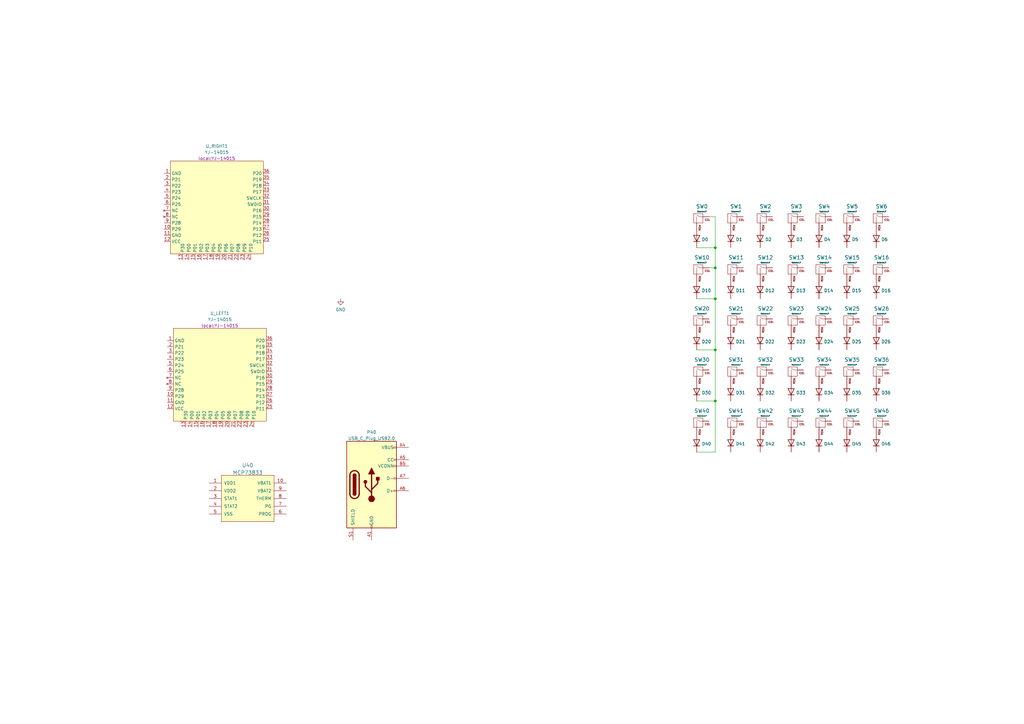
<source format=kicad_sch>
(kicad_sch (version 20231120) (generator "eeschema") (generator_version "8.0")
  (paper "A3")
  (lib_symbols
    (symbol "Connector:USB_C_Plug_USB2.0" (pin_names (offset 1.016))
      (property "Reference" "P" (at -10.16 19.05 0))
      (property "Value" "USB_C_Plug_USB2.0" (at 12.7 19.05 0))
      (symbol "USB_C_Plug_USB2.0_0_0"
        (rectangle (start -0.254 -17.78) (end 0.254 -16.764))
        (rectangle (start 10.16 -2.286) (end 9.144 -2.794))
        (rectangle (start 10.16 2.794) (end 9.144 2.286))
        (rectangle (start 10.16 7.874) (end 9.144 7.366))
        (rectangle (start 10.16 10.414) (end 9.144 9.906))
        (rectangle (start 10.16 15.494) (end 9.144 14.986))
      )
      (symbol "USB_C_Plug_USB2.0_0_1"
        (rectangle (start -10.16 17.78) (end 10.16 -17.78) (stroke (width 0.254)) (fill (type background)))
        (arc (start -8.89 -3.81) (mid -6.985 -5.7066) (end -5.08 -3.81) (stroke (width 0.508)))
        (arc (start -7.62 -3.81) (mid -6.985 -4.4422) (end -6.35 -3.81) (stroke (width 0.254)))
        (arc (start -7.62 -3.81) (mid -6.985 -4.4422) (end -6.35 -3.81) (stroke (width 0.254)) (fill (type outline)))
        (rectangle (start -7.62 -3.81) (end -6.35 3.81) (stroke (width 0.254)) (fill (type outline)))
        (arc (start -6.35 3.81) (mid -6.985 4.4422) (end -7.62 3.81) (stroke (width 0.254)))
        (arc (start -6.35 3.81) (mid -6.985 4.4422) (end -7.62 3.81) (stroke (width 0.254)) (fill (type outline)))
        (arc (start -5.08 3.81) (mid -6.985 5.7066) (end -8.89 3.81) (stroke (width 0.508)))
        (circle (center -2.54 1.143) (radius 0.635) (stroke (width 0.254)) (fill (type outline)))
        (circle (center 0 -5.842) (radius 1.27) (fill (type outline)))
        (polyline (pts (xy -8.89 -3.81) (xy -8.89 3.81)) (stroke (width 0.508)))
        (polyline (pts (xy -5.08 3.81) (xy -5.08 -3.81)) (stroke (width 0.508)))
        (polyline (pts (xy 0 -5.842) (xy 0 4.318)) (stroke (width 0.508)))
        (polyline (pts (xy 0 -3.302) (xy -2.54 -0.762) (xy -2.54 0.508)) (stroke (width 0.508)))
        (polyline (pts (xy 0 -2.032) (xy 2.54 0.508) (xy 2.54 1.778)) (stroke (width 0.508)))
        (polyline (pts (xy -1.27 4.318) (xy 0 6.858) (xy 1.27 4.318) (xy -1.27 4.318)) (stroke (width 0.254)) (fill (type outline)))
        (rectangle (start 1.905 1.778) (end 3.175 3.048) (stroke (width 0.254)) (fill (type outline)))
      )
      (symbol "USB_C_Plug_USB2.0_1_1"
        (pin passive line (at 0 -22.86 90) (length 5.08) (name "GND") (number "A1"))
        (pin passive line (at 0 -22.86 90) (length 5.08) hide (name "GND") (number "A12"))
        (pin passive line (at 15.24 15.24 180) (length 5.08) (name "VBUS") (number "A4"))
        (pin bidirectional line (at 15.24 10.16 180) (length 5.08) (name "CC") (number "A5"))
        (pin bidirectional line (at 15.24 -2.54 180) (length 5.08) (name "D+") (number "A6"))
        (pin bidirectional line (at 15.24 2.54 180) (length 5.08) (name "D-") (number "A7"))
        (pin passive line (at 15.24 15.24 180) (length 5.08) hide (name "VBUS") (number "A9"))
        (pin passive line (at 0 -22.86 90) (length 5.08) hide (name "GND") (number "B1"))
        (pin passive line (at 0 -22.86 90) (length 5.08) hide (name "GND") (number "B12"))
        (pin passive line (at 15.24 15.24 180) (length 5.08) hide (name "VBUS") (number "B4"))
        (pin bidirectional line (at 15.24 7.62 180) (length 5.08) (name "VCONN") (number "B5"))
        (pin passive line (at 15.24 15.24 180) (length 5.08) hide (name "VBUS") (number "B9"))
        (pin passive line (at -7.62 -22.86 90) (length 5.08) (name "SHIELD") (number "S1"))
      )
    )
    (symbol "Diode:1N4148W" (pin_numbers hide) (pin_names (offset 1.016) hide)
      (property "Reference" "D" (at 0 2.54 0))
      (property "Value" "1N4148W" (at 0 -2.54 0))
      (symbol "1N4148W_0_1"
        (polyline (pts (xy -1.27 1.27) (xy -1.27 -1.27)) (stroke (width 0.254)))
        (polyline (pts (xy 1.27 0) (xy -1.27 0)))
        (polyline (pts (xy 1.27 1.27) (xy 1.27 -1.27) (xy -1.27 0) (xy 1.27 1.27)) (stroke (width 0.254)))
      )
      (symbol "1N4148W_1_1"
        (pin passive line (at -3.81 0 0) (length 2.54) (name "K") (number "1"))
        (pin passive line (at 3.81 0 180) (length 2.54) (name "A") (number "2"))
      )
    )
    (symbol "Gateron Low Profile Switch:GateronLP" (pin_names (offset 1.016))
      (property "Reference" "SW" (at -0.635 3.81 0))
      (property "Value" "GateronLP" (at -0.635 1.27 0))
      (symbol "GateronLP_0_0"
        (rectangle (start -2.54 2.54) (end 1.27 -1.27))
        (polyline (pts (xy -1.27 -1.27) (xy -1.27 1.27)) (stroke (width 0.127)))
        (polyline (pts (xy 1.27 1.27) (xy 0 1.27) (xy -1.27 1.905)) (stroke (width 0.127)))
        (text "COL" (at 3.175 0 0) (effects (font (size 0.762 0.762))))
        (text "ROW" (at 0 -1.905 900) (effects (font (size 0.762 0.762)) (justify right)))
      )
      (symbol "GateronLP_1_1"
        (pin passive line (at 3.81 1.27 180) (length 2.54) (name "COL") (number "1"))
        (pin passive line (at -1.27 -3.81 90) (length 2.54) (name "ROW") (number "2"))
      )
    )
    (symbol "Special-local:MCP73833" (pin_names (offset 1.016))
      (property "Reference" "U" (at -9.525 -10.795 0))
      (property "Value" "MCP73833" (at 4.445 10.795 0))
      (symbol "MCP73833_0_1"
        (rectangle (start -10.795 9.525) (end 10.795 -9.525) (fill (type background)))
      )
      (symbol "MCP73833_1_1"
        (pin input line (at -15.875 6.35 0) (length 5.08) (name "VDD1") (number "1"))
        (pin output line (at 15.875 6.35 180) (length 5.08) (name "VBAT1") (number "10"))
        (pin input line (at -15.875 3.175 0) (length 5.08) (name "VDD2") (number "2"))
        (pin input line (at -15.875 0 0) (length 5.08) (name "STAT1") (number "3"))
        (pin input line (at -15.875 -3.175 0) (length 5.08) (name "STAT2") (number "4"))
        (pin input line (at -15.875 -6.35 0) (length 5.08) (name "VSS") (number "5"))
        (pin input line (at 15.875 -6.35 180) (length 5.08) (name "PROG") (number "6"))
        (pin output line (at 15.875 -3.175 180) (length 5.08) (name "PG") (number "7"))
        (pin input line (at 15.875 0 180) (length 5.08) (name "THERM") (number "8"))
        (pin output line (at 15.875 3.175 180) (length 5.08) (name "VBAT2") (number "9"))
      )
    )
    (symbol "Special-local:YJ-14015"
      (property "Reference" "U3" (at -5.08 29.21 0))
      (property "Value" "YJ-14015" (at -5.08 26.67 0))
      (property "Footprint" "local:YJ-14015" (at -5.08 16.51 0))
      (symbol "YJ-14015_0_1"
        (rectangle (start -24.13 24.13) (end 13.97 -13.97) (fill (type background)))
      )
      (symbol "YJ-14015_1_1"
        (pin power_in line (at -26.67 19.05 0) (length 2.54) (name "GND") (number "1"))
        (pin bidirectional line (at -26.67 -3.81 0) (length 2.54) (name "P29") (number "10"))
        (pin power_in line (at -26.67 -6.35 0) (length 2.54) (name "GND") (number "11"))
        (pin power_in line (at -26.67 -8.89 0) (length 2.54) (name "VCC") (number "12"))
        (pin bidirectional line (at -19.05 -16.51 90) (length 2.54) (name "P30") (number "13"))
        (pin bidirectional line (at -16.51 -16.51 90) (length 2.54) (name "P00") (number "14"))
        (pin bidirectional line (at -13.97 -16.51 90) (length 2.54) (name "P01") (number "15"))
        (pin bidirectional line (at -11.43 -16.51 90) (length 2.54) (name "P02") (number "16"))
        (pin bidirectional line (at -8.89 -16.51 90) (length 2.54) (name "P03") (number "17"))
        (pin bidirectional line (at -6.35 -16.51 90) (length 2.54) (name "P04") (number "18"))
        (pin bidirectional line (at -3.81 -16.51 90) (length 2.54) (name "P05") (number "19"))
        (pin bidirectional line (at -26.67 16.51 0) (length 2.54) (name "P21") (number "2"))
        (pin bidirectional line (at -1.27 -16.51 90) (length 2.54) (name "P06") (number "20"))
        (pin bidirectional line (at 1.27 -16.51 90) (length 2.54) (name "P07") (number "21"))
        (pin bidirectional line (at 3.81 -16.51 90) (length 2.54) (name "P08") (number "22"))
        (pin bidirectional line (at 6.35 -16.51 90) (length 2.54) (name "P09") (number "23"))
        (pin bidirectional line (at 8.89 -16.51 90) (length 2.54) (name "P10") (number "24"))
        (pin bidirectional line (at 16.51 -8.89 180) (length 2.54) (name "P11") (number "25"))
        (pin bidirectional line (at 16.51 -6.35 180) (length 2.54) (name "P12") (number "26"))
        (pin bidirectional line (at 16.51 -3.81 180) (length 2.54) (name "P13") (number "27"))
        (pin bidirectional line (at 16.51 -1.27 180) (length 2.54) (name "P14") (number "28"))
        (pin bidirectional line (at 16.51 1.27 180) (length 2.54) (name "P15") (number "29"))
        (pin bidirectional line (at -26.67 13.97 0) (length 2.54) (name "P22") (number "3"))
        (pin bidirectional line (at 16.51 3.81 180) (length 2.54) (name "P16") (number "30"))
        (pin bidirectional line (at 16.51 6.35 180) (length 2.54) (name "SWDIO") (number "31"))
        (pin bidirectional line (at 16.51 8.89 180) (length 2.54) (name "SWCLK") (number "32"))
        (pin bidirectional line (at 16.51 11.43 180) (length 2.54) (name "P17") (number "33"))
        (pin bidirectional line (at 16.51 13.97 180) (length 2.54) (name "P18") (number "34"))
        (pin bidirectional line (at 16.51 16.51 180) (length 2.54) (name "P19") (number "35"))
        (pin bidirectional line (at 16.51 19.05 180) (length 2.54) (name "P20") (number "36"))
        (pin bidirectional line (at -26.67 11.43 0) (length 2.54) (name "P23") (number "4"))
        (pin bidirectional line (at -26.67 8.89 0) (length 2.54) (name "P24") (number "5"))
        (pin bidirectional line (at -26.67 6.35 0) (length 2.54) (name "P25") (number "6"))
        (pin no_connect line (at -26.67 3.81 0) (length 2.54) (name "NC") (number "7"))
        (pin no_connect line (at -26.67 1.27 0) (length 2.54) (name "NC") (number "8"))
        (pin bidirectional line (at -26.67 -1.27 0) (length 2.54) (name "P28") (number "9"))
      )
    )
    (symbol "power:GND" (power) (pin_names (offset 0))
      (property "Value" "GND" (at 0 -3.81 0))
      (symbol "GND_0_1"
        (polyline (pts (xy 0 0) (xy 0 -1.27) (xy 1.27 -1.27) (xy 0 -2.54) (xy -1.27 -1.27) (xy 0 -1.27)))
      )
      (symbol "GND_1_1"
        (pin power_in line (at 0 0 270) (length 0) hide (name "GND") (number "1"))
      )
    )
  )
  (junction (at 293.37 122.555))
  (junction (at 293.37 143.51))
  (junction (at 293.37 109.855))
  (junction (at 293.37 164.465))
  (junction (at 293.37 101.6))
  (wire (pts (xy 285.75 185.42) (xy 293.37 185.42)))
  (wire (pts (xy 293.37 122.555) (xy 293.37 109.855)))
  (wire (pts (xy 285.75 164.465) (xy 293.37 164.465)))
  (wire (pts (xy 285.75 101.6) (xy 293.37 101.6)))
  (wire (pts (xy 285.75 122.555) (xy 293.37 122.555)))
  (wire (pts (xy 290.83 88.9) (xy 293.37 88.9)))
  (wire (pts (xy 293.37 88.9) (xy 293.37 101.6)))
  (wire (pts (xy 290.83 109.855) (xy 293.37 109.855)))
  (wire (pts (xy 293.37 164.465) (xy 293.37 143.51)))
  (wire (pts (xy 293.37 109.855) (xy 293.37 101.6)))
  (wire (pts (xy 285.75 143.51) (xy 293.37 143.51)))
  (wire (pts (xy 293.37 143.51) (xy 293.37 122.555)))
  (wire (pts (xy 293.37 185.42) (xy 293.37 164.465)))
  (symbol (lib_id "Diode:1N4148W") (at 311.785 181.61 90) (unit 1)
    (property "Reference" "D42" (at 313.817 182.0438 90) (effects (justify right)))
    (property "Value" "1N4148W" (effects (hide yes)))
    (property "Footprint" "Diode_SMD:D_SOD-123" (effects (hide yes)))
    (property "Datasheet" "https://www.vishay.com/docs/85748/1n4148w.pdf" (effects (hide yes)))
  )
  (symbol (lib_id "Gateron Low Profile Switch:GateronLP") (at 337.185 132.08 0) (unit 1)
    (property "Reference" "SW24" (at 338.0706 126.5883 0) (effects (font (size 1.524 1.524))))
    (property "Value" "GateronLP" (at 338.0706 128.6685 0) (effects (font (size 0.508 0.508))))
    (property "Footprint" "Gateron Low Profile Switch:Gateron_low_profile_noled_reversible" (effects (hide yes)))
  )
  (symbol (lib_id "Diode:1N4148W") (at 324.485 139.7 90) (unit 1)
    (property "Reference" "D23" (at 326.517 140.1338 90) (effects (justify right)))
    (property "Value" "1N4148W" (effects (hide yes)))
    (property "Footprint" "Diode_SMD:D_SOD-123" (effects (hide yes)))
    (property "Datasheet" "https://www.vishay.com/docs/85748/1n4148w.pdf" (effects (hide yes)))
  )
  (symbol (lib_id "Special-local:MCP73833") (at 101.6 204.47 0) (unit 1)
    (property "Reference" "U40" (at 101.6 190.8609 0) (effects (font (size 1.524 1.524))))
    (property "Value" "MCP73833" (at 101.6 193.8543 0) (effects (font (size 1.524 1.524))))
  )
  (symbol (lib_id "Gateron Low Profile Switch:GateronLP") (at 300.99 90.17 0) (unit 1)
    (property "Reference" "SW1" (at 301.8756 84.6783 0) (effects (font (size 1.524 1.524))))
    (property "Value" "GateronLP" (at 301.8756 86.7585 0) (effects (font (size 0.508 0.508))))
    (property "Footprint" "Gateron Low Profile Switch:Gateron_low_profile_noled_reversible" (effects (hide yes)))
  )
  (symbol (lib_id "Gateron Low Profile Switch:GateronLP") (at 287.02 90.17 0) (unit 1)
    (property "Reference" "SW0" (at 287.9056 84.6783 0) (effects (font (size 1.524 1.524))))
    (property "Value" "GateronLP" (at 287.9056 86.7585 0) (effects (font (size 0.508 0.508))))
    (property "Footprint" "Gateron Low Profile Switch:Gateron_low_profile_noled_reversible" (effects (hide yes)))
  )
  (symbol (lib_id "Diode:1N4148W") (at 347.345 160.655 90) (unit 1)
    (property "Reference" "D35" (at 349.377 161.0888 90) (effects (justify right)))
    (property "Value" "1N4148W" (effects (hide yes)))
    (property "Footprint" "Diode_SMD:D_SOD-123" (effects (hide yes)))
    (property "Datasheet" "https://www.vishay.com/docs/85748/1n4148w.pdf" (effects (hide yes)))
  )
  (symbol (lib_id "Gateron Low Profile Switch:GateronLP") (at 300.99 111.125 0) (unit 1)
    (property "Reference" "SW11" (at 301.8756 105.6333 0) (effects (font (size 1.524 1.524))))
    (property "Value" "GateronLP" (at 301.8756 107.7135 0) (effects (font (size 0.508 0.508))))
    (property "Footprint" "Gateron Low Profile Switch:Gateron_low_profile_noled_reversible" (effects (hide yes)))
  )
  (symbol (lib_id "Gateron Low Profile Switch:GateronLP") (at 300.99 173.99 0) (unit 1)
    (property "Reference" "SW41" (at 301.8756 168.4983 0) (effects (font (size 1.524 1.524))))
    (property "Value" "GateronLP" (at 301.8756 170.5785 0) (effects (font (size 0.508 0.508))))
    (property "Footprint" "Gateron Low Profile Switch:Gateron_low_profile_noled_reversible" (effects (hide yes)))
  )
  (symbol (lib_id "Gateron Low Profile Switch:GateronLP") (at 360.68 153.035 0) (unit 1)
    (property "Reference" "SW36" (at 361.5656 147.5433 0) (effects (font (size 1.524 1.524))))
    (property "Value" "GateronLP" (at 361.5656 149.6235 0) (effects (font (size 0.508 0.508))))
    (property "Footprint" "Gateron Low Profile Switch:Gateron_low_profile_noled_reversible" (effects (hide yes)))
  )
  (symbol (lib_id "Gateron Low Profile Switch:GateronLP") (at 287.02 153.035 0) (unit 1)
    (property "Reference" "SW30" (at 287.9056 147.5433 0) (effects (font (size 1.524 1.524))))
    (property "Value" "GateronLP" (at 287.9056 149.6235 0) (effects (font (size 0.508 0.508))))
    (property "Footprint" "Gateron Low Profile Switch:Gateron_low_profile_noled_reversible" (effects (hide yes)))
  )
  (symbol (lib_id "Diode:1N4148W") (at 359.41 139.7 90) (unit 1)
    (property "Reference" "D26" (at 361.442 140.1338 90) (effects (justify right)))
    (property "Value" "1N4148W" (effects (hide yes)))
    (property "Footprint" "Diode_SMD:D_SOD-123" (effects (hide yes)))
    (property "Datasheet" "https://www.vishay.com/docs/85748/1n4148w.pdf" (effects (hide yes)))
  )
  (symbol (lib_id "Gateron Low Profile Switch:GateronLP") (at 287.02 173.99 0) (unit 1)
    (property "Reference" "SW40" (at 287.9056 168.4983 0) (effects (font (size 1.524 1.524))))
    (property "Value" "GateronLP" (at 287.9056 170.5785 0) (effects (font (size 0.508 0.508))))
    (property "Footprint" "Gateron Low Profile Switch:Gateron_low_profile_noled_reversible" (effects (hide yes)))
  )
  (symbol (lib_id "Gateron Low Profile Switch:GateronLP") (at 337.185 173.99 0) (unit 1)
    (property "Reference" "SW44" (at 338.0706 168.4983 0) (effects (font (size 1.524 1.524))))
    (property "Value" "GateronLP" (at 338.0706 170.5785 0) (effects (font (size 0.508 0.508))))
    (property "Footprint" "Gateron Low Profile Switch:Gateron_low_profile_noled_reversible" (effects (hide yes)))
  )
  (symbol (lib_id "Diode:1N4148W") (at 359.41 160.655 90) (unit 1)
    (property "Reference" "D36" (at 361.442 161.0888 90) (effects (justify right)))
    (property "Value" "1N4148W" (effects (hide yes)))
    (property "Footprint" "Diode_SMD:D_SOD-123" (effects (hide yes)))
    (property "Datasheet" "https://www.vishay.com/docs/85748/1n4148w.pdf" (effects (hide yes)))
  )
  (symbol (lib_id "Gateron Low Profile Switch:GateronLP") (at 313.055 153.035 0) (unit 1)
    (property "Reference" "SW32" (at 313.9406 147.5433 0) (effects (font (size 1.524 1.524))))
    (property "Value" "GateronLP" (at 313.9406 149.6235 0) (effects (font (size 0.508 0.508))))
    (property "Footprint" "Gateron Low Profile Switch:Gateron_low_profile_noled_reversible" (effects (hide yes)))
  )
  (symbol (lib_id "Gateron Low Profile Switch:GateronLP") (at 348.615 111.125 0) (unit 1)
    (property "Reference" "SW15" (at 349.5006 105.6333 0) (effects (font (size 1.524 1.524))))
    (property "Value" "GateronLP" (at 349.5006 107.7135 0) (effects (font (size 0.508 0.508))))
    (property "Footprint" "Gateron Low Profile Switch:Gateron_low_profile_noled_reversible" (effects (hide yes)))
  )
  (symbol (lib_id "Connector:USB_C_Plug_USB2.0") (at 152.4 198.755 0) (unit 1)
    (property "Reference" "P40" (at 152.4 177.2752 0))
    (property "Value" "USB_C_Plug_USB2.0" (at 152.4 179.8121 0))
    (property "Datasheet" "https://www.usb.org/sites/default/files/documents/usb_type-c.zip" (effects (hide yes)))
  )
  (symbol (lib_id "Diode:1N4148W") (at 299.72 160.655 90) (unit 1)
    (property "Reference" "D31" (at 301.752 161.0888 90) (effects (justify right)))
    (property "Value" "1N4148W" (effects (hide yes)))
    (property "Footprint" "Diode_SMD:D_SOD-123" (effects (hide yes)))
    (property "Datasheet" "https://www.vishay.com/docs/85748/1n4148w.pdf" (effects (hide yes)))
  )
  (symbol (lib_id "Gateron Low Profile Switch:GateronLP") (at 360.68 90.17 0) (unit 1)
    (property "Reference" "SW6" (at 361.5656 84.6783 0) (effects (font (size 1.524 1.524))))
    (property "Value" "GateronLP" (at 361.5656 86.7585 0) (effects (font (size 0.508 0.508))))
    (property "Footprint" "Gateron Low Profile Switch:Gateron_low_profile_noled_reversible" (effects (hide yes)))
  )
  (symbol (lib_id "Diode:1N4148W") (at 347.345 139.7 90) (unit 1)
    (property "Reference" "D25" (at 349.377 140.1338 90) (effects (justify right)))
    (property "Value" "1N4148W" (effects (hide yes)))
    (property "Footprint" "Diode_SMD:D_SOD-123" (effects (hide yes)))
    (property "Datasheet" "https://www.vishay.com/docs/85748/1n4148w.pdf" (effects (hide yes)))
  )
  (symbol (lib_id "Diode:1N4148W") (at 311.785 160.655 90) (unit 1)
    (property "Reference" "D32" (at 313.817 161.0888 90) (effects (justify right)))
    (property "Value" "1N4148W" (effects (hide yes)))
    (property "Footprint" "Diode_SMD:D_SOD-123" (effects (hide yes)))
    (property "Datasheet" "https://www.vishay.com/docs/85748/1n4148w.pdf" (effects (hide yes)))
  )
  (symbol (lib_id "Diode:1N4148W") (at 324.485 181.61 90) (unit 1)
    (property "Reference" "D43" (at 326.517 182.0438 90) (effects (justify right)))
    (property "Value" "1N4148W" (effects (hide yes)))
    (property "Footprint" "Diode_SMD:D_SOD-123" (effects (hide yes)))
    (property "Datasheet" "https://www.vishay.com/docs/85748/1n4148w.pdf" (effects (hide yes)))
  )
  (symbol (lib_id "Diode:1N4148W") (at 324.485 118.745 90) (unit 1)
    (property "Reference" "D13" (at 326.517 119.1788 90) (effects (justify right)))
    (property "Value" "1N4148W" (effects (hide yes)))
    (property "Footprint" "Diode_SMD:D_SOD-123" (effects (hide yes)))
    (property "Datasheet" "https://www.vishay.com/docs/85748/1n4148w.pdf" (effects (hide yes)))
  )
  (symbol (lib_id "Gateron Low Profile Switch:GateronLP") (at 360.68 111.125 0) (unit 1)
    (property "Reference" "SW16" (at 361.5656 105.6333 0) (effects (font (size 1.524 1.524))))
    (property "Value" "GateronLP" (at 361.5656 107.7135 0) (effects (font (size 0.508 0.508))))
    (property "Footprint" "Gateron Low Profile Switch:Gateron_low_profile_noled_reversible" (effects (hide yes)))
  )
  (symbol (lib_id "Diode:1N4148W") (at 285.75 97.79 90) (unit 1)
    (property "Reference" "D0" (at 287.782 98.2238 90) (effects (justify right)))
    (property "Value" "1N4148W" (effects (hide yes)))
    (property "Footprint" "Diode_SMD:D_SOD-123" (effects (hide yes)))
    (property "Datasheet" "https://www.vishay.com/docs/85748/1n4148w.pdf" (effects (hide yes)))
  )
  (symbol (lib_id "Diode:1N4148W") (at 347.345 181.61 90) (unit 1)
    (property "Reference" "D45" (at 349.377 182.0438 90) (effects (justify right)))
    (property "Value" "1N4148W" (effects (hide yes)))
    (property "Footprint" "Diode_SMD:D_SOD-123" (effects (hide yes)))
    (property "Datasheet" "https://www.vishay.com/docs/85748/1n4148w.pdf" (effects (hide yes)))
  )
  (symbol (lib_id "Diode:1N4148W") (at 285.75 118.745 90) (unit 1)
    (property "Reference" "D10" (at 287.782 119.1788 90) (effects (justify right)))
    (property "Value" "1N4148W" (effects (hide yes)))
    (property "Footprint" "Diode_SMD:D_SOD-123" (effects (hide yes)))
    (property "Datasheet" "https://www.vishay.com/docs/85748/1n4148w.pdf" (effects (hide yes)))
  )
  (symbol (lib_id "Diode:1N4148W") (at 359.41 97.79 90) (unit 1)
    (property "Reference" "D6" (at 361.442 98.2238 90) (effects (justify right)))
    (property "Value" "1N4148W" (effects (hide yes)))
    (property "Footprint" "Diode_SMD:D_SOD-123" (effects (hide yes)))
    (property "Datasheet" "https://www.vishay.com/docs/85748/1n4148w.pdf" (effects (hide yes)))
  )
  (symbol (lib_id "Gateron Low Profile Switch:GateronLP") (at 337.185 90.17 0) (unit 1)
    (property "Reference" "SW4" (at 338.0706 84.6783 0) (effects (font (size 1.524 1.524))))
    (property "Value" "GateronLP" (at 338.0706 86.7585 0) (effects (font (size 0.508 0.508))))
    (property "Footprint" "Gateron Low Profile Switch:Gateron_low_profile_noled_reversible" (effects (hide yes)))
  )
  (symbol (lib_id "Diode:1N4148W") (at 311.785 118.745 90) (unit 1)
    (property "Reference" "D12" (at 313.817 119.1788 90) (effects (justify right)))
    (property "Value" "1N4148W" (effects (hide yes)))
    (property "Footprint" "Diode_SMD:D_SOD-123" (effects (hide yes)))
    (property "Datasheet" "https://www.vishay.com/docs/85748/1n4148w.pdf" (effects (hide yes)))
  )
  (symbol (lib_id "Gateron Low Profile Switch:GateronLP") (at 300.99 132.08 0) (unit 1)
    (property "Reference" "SW21" (at 301.8756 126.5883 0) (effects (font (size 1.524 1.524))))
    (property "Value" "GateronLP" (at 301.8756 128.6685 0) (effects (font (size 0.508 0.508))))
    (property "Footprint" "Gateron Low Profile Switch:Gateron_low_profile_noled_reversible" (effects (hide yes)))
  )
  (symbol (lib_id "Gateron Low Profile Switch:GateronLP") (at 348.615 132.08 0) (unit 1)
    (property "Reference" "SW25" (at 349.5006 126.5883 0) (effects (font (size 1.524 1.524))))
    (property "Value" "GateronLP" (at 349.5006 128.6685 0) (effects (font (size 0.508 0.508))))
    (property "Footprint" "Gateron Low Profile Switch:Gateron_low_profile_noled_reversible" (effects (hide yes)))
  )
  (symbol (lib_id "Diode:1N4148W") (at 335.915 181.61 90) (unit 1)
    (property "Reference" "D44" (at 337.947 182.0438 90) (effects (justify right)))
    (property "Value" "1N4148W" (effects (hide yes)))
    (property "Footprint" "Diode_SMD:D_SOD-123" (effects (hide yes)))
    (property "Datasheet" "https://www.vishay.com/docs/85748/1n4148w.pdf" (effects (hide yes)))
  )
  (symbol (lib_id "Gateron Low Profile Switch:GateronLP") (at 360.68 173.99 0) (unit 1)
    (property "Reference" "SW46" (at 361.5656 168.4983 0) (effects (font (size 1.524 1.524))))
    (property "Value" "GateronLP" (at 361.5656 170.5785 0) (effects (font (size 0.508 0.508))))
    (property "Footprint" "Gateron Low Profile Switch:Gateron_low_profile_noled_reversible" (effects (hide yes)))
  )
  (symbol (lib_id "Diode:1N4148W") (at 347.345 118.745 90) (unit 1)
    (property "Reference" "D15" (at 349.377 119.1788 90) (effects (justify right)))
    (property "Value" "1N4148W" (effects (hide yes)))
    (property "Footprint" "Diode_SMD:D_SOD-123" (effects (hide yes)))
    (property "Datasheet" "https://www.vishay.com/docs/85748/1n4148w.pdf" (effects (hide yes)))
  )
  (symbol (lib_id "Diode:1N4148W") (at 335.915 160.655 90) (unit 1)
    (property "Reference" "D34" (at 337.947 161.0888 90) (effects (justify right)))
    (property "Value" "1N4148W" (effects (hide yes)))
    (property "Footprint" "Diode_SMD:D_SOD-123" (effects (hide yes)))
    (property "Datasheet" "https://www.vishay.com/docs/85748/1n4148w.pdf" (effects (hide yes)))
  )
  (symbol (lib_id "Gateron Low Profile Switch:GateronLP") (at 313.055 90.17 0) (unit 1)
    (property "Reference" "SW2" (at 313.9406 84.6783 0) (effects (font (size 1.524 1.524))))
    (property "Value" "GateronLP" (at 313.9406 86.7585 0) (effects (font (size 0.508 0.508))))
    (property "Footprint" "Gateron Low Profile Switch:Gateron_low_profile_noled_reversible" (effects (hide yes)))
  )
  (symbol (lib_id "Diode:1N4148W") (at 285.75 181.61 90) (unit 1)
    (property "Reference" "D40" (at 287.782 182.0438 90) (effects (justify right)))
    (property "Value" "1N4148W" (effects (hide yes)))
    (property "Footprint" "Diode_SMD:D_SOD-123" (effects (hide yes)))
    (property "Datasheet" "https://www.vishay.com/docs/85748/1n4148w.pdf" (effects (hide yes)))
  )
  (symbol (lib_id "Diode:1N4148W") (at 324.485 160.655 90) (unit 1)
    (property "Reference" "D33" (at 326.517 161.0888 90) (effects (justify right)))
    (property "Value" "1N4148W" (effects (hide yes)))
    (property "Footprint" "Diode_SMD:D_SOD-123" (effects (hide yes)))
    (property "Datasheet" "https://www.vishay.com/docs/85748/1n4148w.pdf" (effects (hide yes)))
  )
  (symbol (lib_id "Diode:1N4148W") (at 299.72 139.7 90) (unit 1)
    (property "Reference" "D21" (at 301.752 140.1338 90) (effects (justify right)))
    (property "Value" "1N4148W" (effects (hide yes)))
    (property "Footprint" "Diode_SMD:D_SOD-123" (effects (hide yes)))
    (property "Datasheet" "https://www.vishay.com/docs/85748/1n4148w.pdf" (effects (hide yes)))
  )
  (symbol (lib_id "Diode:1N4148W") (at 335.915 97.79 90) (unit 1)
    (property "Reference" "D4" (at 337.947 98.2238 90) (effects (justify right)))
    (property "Value" "1N4148W" (effects (hide yes)))
    (property "Footprint" "Diode_SMD:D_SOD-123" (effects (hide yes)))
    (property "Datasheet" "https://www.vishay.com/docs/85748/1n4148w.pdf" (effects (hide yes)))
  )
  (symbol (lib_id "Gateron Low Profile Switch:GateronLP") (at 325.755 90.17 0) (unit 1)
    (property "Reference" "SW3" (at 326.6406 84.6783 0) (effects (font (size 1.524 1.524))))
    (property "Value" "GateronLP" (at 326.6406 86.7585 0) (effects (font (size 0.508 0.508))))
    (property "Footprint" "Gateron Low Profile Switch:Gateron_low_profile_noled_reversible" (effects (hide yes)))
  )
  (symbol (lib_id "Gateron Low Profile Switch:GateronLP") (at 325.755 132.08 0) (unit 1)
    (property "Reference" "SW23" (at 326.6406 126.5883 0) (effects (font (size 1.524 1.524))))
    (property "Value" "GateronLP" (at 326.6406 128.6685 0) (effects (font (size 0.508 0.508))))
    (property "Footprint" "Gateron Low Profile Switch:Gateron_low_profile_noled_reversible" (effects (hide yes)))
  )
  (symbol (lib_id "Gateron Low Profile Switch:GateronLP") (at 300.99 153.035 0) (unit 1)
    (property "Reference" "SW31" (at 301.8756 147.5433 0) (effects (font (size 1.524 1.524))))
    (property "Value" "GateronLP" (at 301.8756 149.6235 0) (effects (font (size 0.508 0.508))))
    (property "Footprint" "Gateron Low Profile Switch:Gateron_low_profile_noled_reversible" (effects (hide yes)))
  )
  (symbol (lib_id "Diode:1N4148W") (at 285.75 139.7 90) (unit 1)
    (property "Reference" "D20" (at 287.782 140.1338 90) (effects (justify right)))
    (property "Value" "1N4148W" (effects (hide yes)))
    (property "Footprint" "Diode_SMD:D_SOD-123" (effects (hide yes)))
    (property "Datasheet" "https://www.vishay.com/docs/85748/1n4148w.pdf" (effects (hide yes)))
  )
  (symbol (lib_id "Gateron Low Profile Switch:GateronLP") (at 287.02 132.08 0) (unit 1)
    (property "Reference" "SW20" (at 287.9056 126.5883 0) (effects (font (size 1.524 1.524))))
    (property "Value" "GateronLP" (at 287.9056 128.6685 0) (effects (font (size 0.508 0.508))))
    (property "Footprint" "Gateron Low Profile Switch:Gateron_low_profile_noled_reversible" (effects (hide yes)))
  )
  (symbol (lib_id "Diode:1N4148W") (at 311.785 97.79 90) (unit 1)
    (property "Reference" "D2" (at 313.817 98.2238 90) (effects (justify right)))
    (property "Value" "1N4148W" (effects (hide yes)))
    (property "Footprint" "Diode_SMD:D_SOD-123" (effects (hide yes)))
    (property "Datasheet" "https://www.vishay.com/docs/85748/1n4148w.pdf" (effects (hide yes)))
  )
  (symbol (lib_id "Diode:1N4148W") (at 359.41 181.61 90) (unit 1)
    (property "Reference" "D46" (at 361.442 182.0438 90) (effects (justify right)))
    (property "Value" "1N4148W" (effects (hide yes)))
    (property "Footprint" "Diode_SMD:D_SOD-123" (effects (hide yes)))
    (property "Datasheet" "https://www.vishay.com/docs/85748/1n4148w.pdf" (effects (hide yes)))
  )
  (symbol (lib_id "Gateron Low Profile Switch:GateronLP") (at 287.02 111.125 0) (unit 1)
    (property "Reference" "SW10" (at 287.9056 105.6333 0) (effects (font (size 1.524 1.524))))
    (property "Value" "GateronLP" (at 287.9056 107.7135 0) (effects (font (size 0.508 0.508))))
    (property "Footprint" "Gateron Low Profile Switch:Gateron_low_profile_noled_reversible" (effects (hide yes)))
  )
  (symbol (lib_id "Diode:1N4148W") (at 324.485 97.79 90) (unit 1)
    (property "Reference" "D3" (at 326.517 98.2238 90) (effects (justify right)))
    (property "Value" "1N4148W" (effects (hide yes)))
    (property "Footprint" "Diode_SMD:D_SOD-123" (effects (hide yes)))
    (property "Datasheet" "https://www.vishay.com/docs/85748/1n4148w.pdf" (effects (hide yes)))
  )
  (symbol (lib_id "power:GND") (at 139.7 122.555 0) (unit 1)
    (property "Reference" "#PWR0101" (effects (hide yes)))
    (property "Value" "GND" (at 139.7 126.9984 0))
  )
  (symbol (lib_id "Gateron Low Profile Switch:GateronLP") (at 337.185 153.035 0) (unit 1)
    (property "Reference" "SW34" (at 338.0706 147.5433 0) (effects (font (size 1.524 1.524))))
    (property "Value" "GateronLP" (at 338.0706 149.6235 0) (effects (font (size 0.508 0.508))))
    (property "Footprint" "Gateron Low Profile Switch:Gateron_low_profile_noled_reversible" (effects (hide yes)))
  )
  (symbol (lib_id "Gateron Low Profile Switch:GateronLP") (at 348.615 153.035 0) (unit 1)
    (property "Reference" "SW35" (at 349.5006 147.5433 0) (effects (font (size 1.524 1.524))))
    (property "Value" "GateronLP" (at 349.5006 149.6235 0) (effects (font (size 0.508 0.508))))
    (property "Footprint" "Gateron Low Profile Switch:Gateron_low_profile_noled_reversible" (effects (hide yes)))
  )
  (symbol (lib_id "Diode:1N4148W") (at 347.345 97.79 90) (unit 1)
    (property "Reference" "D5" (at 349.377 98.2238 90) (effects (justify right)))
    (property "Value" "1N4148W" (effects (hide yes)))
    (property "Footprint" "Diode_SMD:D_SOD-123" (effects (hide yes)))
    (property "Datasheet" "https://www.vishay.com/docs/85748/1n4148w.pdf" (effects (hide yes)))
  )
  (symbol (lib_id "Diode:1N4148W") (at 299.72 97.79 90) (unit 1)
    (property "Reference" "D1" (at 301.752 98.2238 90) (effects (justify right)))
    (property "Value" "1N4148W" (effects (hide yes)))
    (property "Footprint" "Diode_SMD:D_SOD-123" (effects (hide yes)))
    (property "Datasheet" "https://www.vishay.com/docs/85748/1n4148w.pdf" (effects (hide yes)))
  )
  (symbol (lib_id "Gateron Low Profile Switch:GateronLP") (at 313.055 111.125 0) (unit 1)
    (property "Reference" "SW12" (at 313.9406 105.6333 0) (effects (font (size 1.524 1.524))))
    (property "Value" "GateronLP" (at 313.9406 107.7135 0) (effects (font (size 0.508 0.508))))
    (property "Footprint" "Gateron Low Profile Switch:Gateron_low_profile_noled_reversible" (effects (hide yes)))
  )
  (symbol (lib_id "Diode:1N4148W") (at 299.72 118.745 90) (unit 1)
    (property "Reference" "D11" (at 301.752 119.1788 90) (effects (justify right)))
    (property "Value" "1N4148W" (effects (hide yes)))
    (property "Footprint" "Diode_SMD:D_SOD-123" (effects (hide yes)))
    (property "Datasheet" "https://www.vishay.com/docs/85748/1n4148w.pdf" (effects (hide yes)))
  )
  (symbol (lib_id "Gateron Low Profile Switch:GateronLP") (at 313.055 173.99 0) (unit 1)
    (property "Reference" "SW42" (at 313.9406 168.4983 0) (effects (font (size 1.524 1.524))))
    (property "Value" "GateronLP" (at 313.9406 170.5785 0) (effects (font (size 0.508 0.508))))
    (property "Footprint" "Gateron Low Profile Switch:Gateron_low_profile_noled_reversible" (effects (hide yes)))
  )
  (symbol (lib_id "Gateron Low Profile Switch:GateronLP") (at 325.755 173.99 0) (unit 1)
    (property "Reference" "SW43" (at 326.6406 168.4983 0) (effects (font (size 1.524 1.524))))
    (property "Value" "GateronLP" (at 326.6406 170.5785 0) (effects (font (size 0.508 0.508))))
    (property "Footprint" "Gateron Low Profile Switch:Gateron_low_profile_noled_reversible" (effects (hide yes)))
  )
  (symbol (lib_id "Special-local:YJ-14015") (at 95.25 158.75 0) (unit 1)
    (property "Reference" "U_LEFT1" (at 90.17 128.5104 0))
    (property "Value" "YJ-14015" (at 90.17 131.0473 0))
    (property "Footprint" "local:YJ-14015" (at 90.17 133.5842 0))
  )
  (symbol (lib_id "Gateron Low Profile Switch:GateronLP") (at 337.185 111.125 0) (unit 1)
    (property "Reference" "SW14" (at 338.0706 105.6333 0) (effects (font (size 1.524 1.524))))
    (property "Value" "GateronLP" (at 338.0706 107.7135 0) (effects (font (size 0.508 0.508))))
    (property "Footprint" "Gateron Low Profile Switch:Gateron_low_profile_noled_reversible" (effects (hide yes)))
  )
  (symbol (lib_id "Diode:1N4148W") (at 285.75 160.655 90) (unit 1)
    (property "Reference" "D30" (at 287.782 161.0888 90) (effects (justify right)))
    (property "Value" "1N4148W" (effects (hide yes)))
    (property "Footprint" "Diode_SMD:D_SOD-123" (effects (hide yes)))
    (property "Datasheet" "https://www.vishay.com/docs/85748/1n4148w.pdf" (effects (hide yes)))
  )
  (symbol (lib_id "Diode:1N4148W") (at 335.915 139.7 90) (unit 1)
    (property "Reference" "D24" (at 337.947 140.1338 90) (effects (justify right)))
    (property "Value" "1N4148W" (effects (hide yes)))
    (property "Footprint" "Diode_SMD:D_SOD-123" (effects (hide yes)))
    (property "Datasheet" "https://www.vishay.com/docs/85748/1n4148w.pdf" (effects (hide yes)))
  )
  (symbol (lib_id "Special-local:YJ-14015") (at 93.98 90.17 0) (unit 1)
    (property "Reference" "U_RIGHT1" (at 88.9 59.9304 0))
    (property "Value" "YJ-14015" (at 88.9 62.4673 0))
    (property "Footprint" "local:YJ-14015" (at 88.9 65.0042 0))
  )
  (symbol (lib_id "Diode:1N4148W") (at 335.915 118.745 90) (unit 1)
    (property "Reference" "D14" (at 337.947 119.1788 90) (effects (justify right)))
    (property "Value" "1N4148W" (effects (hide yes)))
    (property "Footprint" "Diode_SMD:D_SOD-123" (effects (hide yes)))
    (property "Datasheet" "https://www.vishay.com/docs/85748/1n4148w.pdf" (effects (hide yes)))
  )
  (symbol (lib_id "Diode:1N4148W") (at 311.785 139.7 90) (unit 1)
    (property "Reference" "D22" (at 313.817 140.1338 90) (effects (justify right)))
    (property "Value" "1N4148W" (effects (hide yes)))
    (property "Footprint" "Diode_SMD:D_SOD-123" (effects (hide yes)))
    (property "Datasheet" "https://www.vishay.com/docs/85748/1n4148w.pdf" (effects (hide yes)))
  )
  (symbol (lib_id "Gateron Low Profile Switch:GateronLP") (at 348.615 173.99 0) (unit 1)
    (property "Reference" "SW45" (at 349.5006 168.4983 0) (effects (font (size 1.524 1.524))))
    (property "Value" "GateronLP" (at 349.5006 170.5785 0) (effects (font (size 0.508 0.508))))
    (property "Footprint" "Gateron Low Profile Switch:Gateron_low_profile_noled_reversible" (effects (hide yes)))
  )
  (symbol (lib_id "Diode:1N4148W") (at 359.41 118.745 90) (unit 1)
    (property "Reference" "D16" (at 361.442 119.1788 90) (effects (justify right)))
    (property "Value" "1N4148W" (effects (hide yes)))
    (property "Footprint" "Diode_SMD:D_SOD-123" (effects (hide yes)))
    (property "Datasheet" "https://www.vishay.com/docs/85748/1n4148w.pdf" (effects (hide yes)))
  )
  (symbol (lib_id "Gateron Low Profile Switch:GateronLP") (at 348.615 90.17 0) (unit 1)
    (property "Reference" "SW5" (at 349.5006 84.6783 0) (effects (font (size 1.524 1.524))))
    (property "Value" "GateronLP" (at 349.5006 86.7585 0) (effects (font (size 0.508 0.508))))
    (property "Footprint" "Gateron Low Profile Switch:Gateron_low_profile_noled_reversible" (effects (hide yes)))
  )
  (symbol (lib_id "Gateron Low Profile Switch:GateronLP") (at 360.68 132.08 0) (unit 1)
    (property "Reference" "SW26" (at 361.5656 126.5883 0) (effects (font (size 1.524 1.524))))
    (property "Value" "GateronLP" (at 361.5656 128.6685 0) (effects (font (size 0.508 0.508))))
    (property "Footprint" "Gateron Low Profile Switch:Gateron_low_profile_noled_reversible" (effects (hide yes)))
  )
  (symbol (lib_id "Diode:1N4148W") (at 299.72 181.61 90) (unit 1)
    (property "Reference" "D41" (at 301.752 182.0438 90) (effects (justify right)))
    (property "Value" "1N4148W" (effects (hide yes)))
    (property "Footprint" "Diode_SMD:D_SOD-123" (effects (hide yes)))
    (property "Datasheet" "https://www.vishay.com/docs/85748/1n4148w.pdf" (effects (hide yes)))
  )
  (symbol (lib_id "Gateron Low Profile Switch:GateronLP") (at 325.755 111.125 0) (unit 1)
    (property "Reference" "SW13" (at 326.6406 105.6333 0) (effects (font (size 1.524 1.524))))
    (property "Value" "GateronLP" (at 326.6406 107.7135 0) (effects (font (size 0.508 0.508))))
    (property "Footprint" "Gateron Low Profile Switch:Gateron_low_profile_noled_reversible" (effects (hide yes)))
  )
  (symbol (lib_id "Gateron Low Profile Switch:GateronLP") (at 313.055 132.08 0) (unit 1)
    (property "Reference" "SW22" (at 313.9406 126.5883 0) (effects (font (size 1.524 1.524))))
    (property "Value" "GateronLP" (at 313.9406 128.6685 0) (effects (font (size 0.508 0.508))))
    (property "Footprint" "Gateron Low Profile Switch:Gateron_low_profile_noled_reversible" (effects (hide yes)))
  )
  (symbol (lib_id "Gateron Low Profile Switch:GateronLP") (at 325.755 153.035 0) (unit 1)
    (property "Reference" "SW33" (at 326.6406 147.5433 0) (effects (font (size 1.524 1.524))))
    (property "Value" "GateronLP" (at 326.6406 149.6235 0) (effects (font (size 0.508 0.508))))
    (property "Footprint" "Gateron Low Profile Switch:Gateron_low_profile_noled_reversible" (effects (hide yes)))
  )
)
</source>
